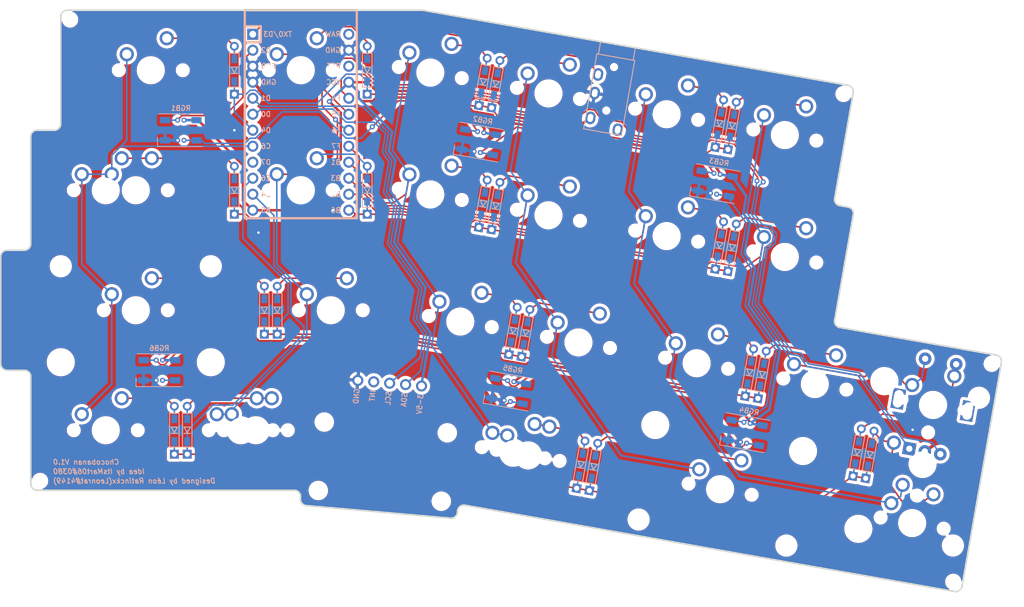
<source format=kicad_pcb>
(kicad_pcb (version 20221018) (generator pcbnew)
  (layers (0 "F.Cu" signal) (31 "B.Cu" signal) (34 "B.Paste" user) (35 "F.Paste" user) (36 "B.SilkS" user "B.Silkscreen") (37 "F.SilkS" user "F.Silkscreen") (38 "B.Mask" user) (39 "F.Mask" user) (44 "Edge.Cuts" user))
  (net 0 "")
  (net 1 "Net-(D1-A)")
  (net 2 "Net-(D2-A)")
  (net 3 "Net-(D3-A)")
  (net 4 "ROW2_L")
  (net 5 "Net-(D4-A)")
  (net 6 "Net-(D5-A)")
  (net 7 "Net-(D6-A)")
  (net 8 "Net-(D7-A)")
  (net 9 "Net-(D8-A)")
  (net 10 "Net-(D9-A)")
  (net 11 "Net-(D10-A)")
  (net 12 "Net-(D11-A)")
  (net 13 "Net-(D12-A)")
  (net 14 "Net-(D13-A)")
  (net 15 "Net-(D14-A)")
  (net 16 "Net-(D15-A)")
  (net 17 "Net-(D16-A)")
  (net 18 "Net-(D17-A)")
  (net 19 "Net-(D18-A)")
  (net 20 "Net-(D19-A)")
  (net 21 "Net-(D20-A)")
  (net 22 "Net-(D21-A)")
  (net 23 "Net-(D22-A)")
  (net 24 "RGB")
  (net 25 "Net-(D23-A)")
  (net 26 "Net-(RGB1-DOUT)")
  (net 27 "DATA")
  (net 28 "GND")
  (net 29 "VCC")
  (net 30 "ENC_A")
  (net 31 "Net-(RGB2-DOUT)")
  (net 32 "COL2")
  (net 33 "COL3")
  (net 34 "COL4")
  (net 35 "COL5")
  (net 36 "ENC_B")
  (net 37 "COL1")
  (net 38 "COL0")
  (net 39 "ROW0_L")
  (net 40 "ROW1_L")
  (net 41 "ROW3_L")
  (net 42 "SCL")
  (net 43 "Net-(RGB3-DOUT)")
  (net 44 "SDA")
  (net 45 "Net-(RGB4-DOUT)")
  (net 46 "Net-(RGB5-DOUT)")
  (net 47 "unconnected-(RGB6-DOUT-Pad2)")
  (net 51 "ENC_S_A")
  (footprint "kbd:D3_TH_SMD_only_back" (layer "F.Cu") (at 68.269079 62.616561 80)
    (fp_text reference "D12" hide)
    (fp_text value "D_Small" hide)
  )
  (footprint "MountingHole:MountingHole_2.1mm" (layer "F.Cu") (at -17.56783 65.19283)
    (fp_text reference "H2" hide)
    (fp_text value "MountingHole")
  )
  (footprint "kbd:D3_TH_SMD_only_back" (layer "F.Cu") (at 70.28498 62.972019 80)
    (fp_text reference "D16" hide)
    (fp_text value "D_Small" hide)
  )
  (footprint "MountingHole:MountingHole_2.1mm" (layer "F.Cu") (at 109.97082 3.771169)
    (fp_text reference "H3" hide)
    (fp_text value "MountingHole")
  )
  (footprint "MX_Only:MXOnly-1U-NoLED" (layer "F.Cu") (at 86.655468 46.514701 -10)
    (fp_text reference "MX19")
    (fp_text value "MX-NoLED")
  )
  (footprint "MX_Only:MXOnly-1.5U-NoLED" (layer "F.Cu") (at 0 0)
    (fp_text reference "MX1")
    (fp_text value "MX-NoLED")
  )
  (footprint "kbd:D3_TH_SMD_only_back" (layer "F.Cu") (at 92.281213 8.818917 80)
    (fp_text reference "D21" hide)
    (fp_text value "D_Small" hide)
  )
  (footprint "MX_Only:MXOnly-1U-NoLED" (layer "F.Cu") (at 44.371793 19.715071 -10)
    (fp_text reference "MX10")
    (fp_text value "MX-NoLED")
  )
  (footprint "MX_Only:MXOnly-2.25U-ReversedStabilizers-NoLED" (layer "F.Cu") (at 90.382691 66.515787 -10)
    (fp_text reference "MX16")
    (fp_text value "MX-NoLED")
  )
  (footprint "MX_Only:MXOnly-1U-NoLED" (layer "F.Cu") (at 59.896736 61.140291 -10)
    (fp_text reference "MX12.1")
    (fp_text value "MX-NoLED")
  )
  (footprint "MX_Only:MXOnly-1U-NoLED" (layer "F.Cu") (at 124.176644 53.130696 -10)
    (fp_text reference "MX24")
    (fp_text value "MX-NoLED")
  )
  (footprint "MX_Only:MXOnly-1U-NoLED" (layer "F.Cu") (at 49.134293 39.898705 -10)
    (fp_text reference "MX11")
    (fp_text value "MX-NoLED")
  )
  (footprint "MX_Only:MXOnly-1U-NoLED" (layer "F.Cu") (at 28.575 38.1)
    (fp_text reference "MX7")
    (fp_text value "MX-NoLED")
  )
  (footprint "kbd:D3_TH_SMD_only_back" (layer "F.Cu") (at 90.265311 8.463459 80)
    (fp_text reference "D17" hide)
    (fp_text value "D_Small" hide)
  )
  (footprint "kbd:D3_TH_SMD_only_back" (layer "F.Cu") (at 54.760037 21.546799 80)
    (fp_text reference "D14" hide)
    (fp_text value "D_Small" hide)
  )
  (footprint "MX_Only:MXOnly-1U-NoLED" (layer "F.Cu") (at 100.653556 10.295187 -10)
    (fp_text reference "MX21")
    (fp_text value "MX-NoLED")
  )
  (footprint "kbd:D3_TH_SMD_only_back" (layer "F.Cu") (at 97.043713 48.346428 80)
    (fp_text reference "D23" hide)
    (fp_text value "D_Small" hide)
  )
  (footprint "MX_Only:MXOnly-1U-NoLED" (layer "F.Cu") (at 63.13238 3.679192 -10)
    (fp_text reference "MX13")
    (fp_text value "MX-NoLED")
  )
  (footprint "kbd:D3_TH_SMD_only_back" (layer "F.Cu") (at 18.0265 38.1 90)
    (fp_text reference "D3" hide)
    (fp_text value "D_Small" hide)
  )
  (footprint "MX_Only:MXOnly-1U-NoLED" (layer "F.Cu") (at 67.89488 43.206703 -10)
    (fp_text reference "MX15")
    (fp_text value "MX-NoLED")
  )
  (footprint "kbd:D3_TH_SMD_only_back" (layer "F.Cu") (at 3.739 57.15 90)
    (fp_text reference "D4" hide)
    (fp_text value "D_Small" hide)
  )
  (footprint "MountingHole:MountingHole_2.1mm" (layer "F.Cu") (at 127.392664 81.208548)
    (fp_text reference "H5" hide)
    (fp_text value "MountingHole")
  )
  (footprint "MountingHole:MountingHole_2.1mm" (layer "F.Cu") (at -12.80533 -8.04283)
    (fp_text reference "H1" hide)
    (fp_text value "MountingHole")
  )
  (footprint "kbd:D3_TH_SMD_only_back" (layer "F.Cu") (at 34.361 0 90)
    (fp_text reference "D5" hide)
    (fp_text value "D_Small" hide)
  )
  (footprint "MountingHole:MountingHole_2.1mm" (layer "F.Cu") (at 133.493908 46.606678)
    (fp_text reference "H4" hide)
    (fp_text value "MountingHole")
  )
  (footprint "MX_Only:MXOnly-1U-NoLED" (layer "F.Cu") (at 120.868646 71.891284 -10)
    (fp_text reference "MX20")
    (fp_text value "MX-NoLED")
  )
  (footprint "kbd:D3_TH_SMD_only_back" (layer "F.Cu") (at 52.744136 21.191341 80)
    (fp_text reference "D10" hide)
    (fp_text value "D_Small" hide)
  )
  (footprint "MX_Only:MXOnly-1U-NoLED" (layer "F.Cu") (at 105.416056 49.822698 -10)
    (fp_text reference "MX23")
    (fp_text value "MX-NoLED")
  )
  (footprint "Custom_footprints_Léon:ArduinoProMicro_centered" (layer "F.Cu") (at 23.8125 6.985)
    (fp_text reference "U1" hide)
    (fp_text value "ProMicro" hide)
  )
  (footprint "MX_Only:MXOnly-1.25U-NoLED" (layer "F.Cu") (at 16.66875 57.15)
    (fp_text reference "MX8")
    (fp_text value "MX-NoLED")
  )
  (footprint "kbd:D3_TH_SMD_only_back" (layer "F.Cu") (at 20.0735 38.1 90)
    (fp_text reference "D7" hide)
    (fp_text value "D_Small" hide)
  )
  (footprint "MX_Only:MXOnly-1.75U-NoLED" (layer "F.Cu") (at -2.38125 19.05)
    (fp_text reference "MX2")
    (fp_text value "MX-NoLED")
  )
  (footprint "kbd:D3_TH_SMD_only_back" (layer "F.Cu") (at 59.522537 41.730433 80)
    (fp_text reference "D15" hide)
    (fp_text value "D_Small" hide)
  )
  (footprint "kbd:D3_TH_SMD_only_back" (layer "F.Cu") (at 112.1344 60.679262 80)
    (fp_text reference "D24" hide)
    (fp_text value "D_Small" hide)
  )
  (footprint "MX_Only:MXOnly-2.25U-NoLED" (layer "F.Cu") (at -2.38125 38.1)
    (fp_text reference "MX3")
    (fp_text value "MX-NoLED")
  )
  (footprint "MX_Only:MXOnly-1.25U-NoLED" (layer "F.Cu") (at -7.14375 19.05)
    (fp_text reference "MX2.1")
    (fp_text value "MX-NoLED")
  )
  (footprint "kbd:D3_TH_SMD_only_back" (layer "F.Cu") (at 34.361 19.05 90)
    (fp_text reference "D6" hide)
    (fp_text value "D_Small" hide)
  )
  (footprint "MX_Only:MXOnly-2U-ReversedStabilizers-NoLED" (layer "F.Cu") (at 122.522645 62.51099 80)
    (fp_text reference "MX20.1")
    (fp_text value "MX-NoLED")
  )
  (footprint "kbd:D3_TH_SMD_only_back" (layer "F.Cu") (at 92.281213 28.162794 80)
    (fp_text reference "D22" hide)
    (fp_text value "D_Small" hide)
  )
  (footprint "MX_Only:MXOnly-1U-NoLED" (layer "F.Cu") (at 23.8125 0)
    (fp_text reference "MX5")
    (fp_text value "MX-NoLED")
  )
  (footprint "MX_Only:MXOnly-1.25U-NoLED" (layer "F.Cu") (at -7.14375 57.15)
    (fp_text reference "MX4")
    (fp_text value "MX-NoLED")
  )
  (footprint "MX_Only:MXOnly-1U-NoLED" (layer "F.Cu") (at 81.892968 6.987189 -10)
    (fp_text reference "MX17")
    (fp_text value "MX-NoLED")
  )
  (footprint "MX_Only:MXOnly-1U-NoLED" (layer "F.Cu") (at 44.371793 0.371194 -10)
    (fp_text reference "MX9")
    (fp_text value "MX-NoLED")
  )
  (footprint "MX_Only:MXOnly-1U-NoLED" (layer "F.Cu") (at 63.13238 23.023069 -10)
    (fp_text reference "MX14")
    (fp_text value "MX-NoLED")
  )
  (footprint "kbd:D3_TH_SMD_only_back" (layer "F.Cu") (at 57.506636 41.374975 80)
    (fp_text reference "D11" hide)
    (fp_text value "D_Small" hide)
  )
  (footprint "MX_Only:MXOnly-1U-NoLED" (layer "F.Cu") (at 100.653556 29.639064 -10)
    (fp_text reference "MX22")
    (fp_text value "MX-NoLED")
  )
  (footprint "kbd:D3_TH_SMD_only_back" (layer "F.Cu") (at 90.265311 27.807336 80)
    (fp_text reference "D18" hide)
    (fp_text value "D_Small" hide)
  )
  (footprint "Custom_footprints_Léon:RotaryEncoder_EC11_Switch" (layer "F.Cu") (at 124.176644 53.130696 80)
    (fp_text reference "SW1" hide)
    (fp_text value "RotaryEncoder_Switch")
  )
  (footprint "MX_Only:MXOnly-1U-NoLED" (layer "F.Cu") (at 14.2875 57.15)
    (fp_text reference "MX8.1")
    (fp_text value "MX-NoLED")
  )
  (footprint "kbd:D3_TH_SMD_only_back" (layer "F.Cu") (at 52.744136 1.847464 80)
    (fp_text reference "D9" hide)
    (fp_text value "D_Small" hide)
  )
  (footprint "kbd:D3_TH_SMD_only_back" (layer "F.Cu") (at 5.786 57.15 90)
    (fp_text reference "D8" hide)
    (fp_text value "D_Small" hide)
  )
  (footprint "MX_Only:MXOnly-1U-NoLED" (layer "F.Cu") (at 23.8125 19.05)
    (fp_text reference "MX6")
    (fp_text value "MX-NoLED")
  )
  (footprint "kbd:D3_TH_SMD_only_back" (layer "F.Cu") (at 13.264 19.05 90)
    (fp_text reference "D2" hide)
    (fp_text value "D_Small" hide)
  )
  (footprint "kbd:D3_TH_SMD_only_back" (layer "F.Cu") (at 114.150302 61.03472 80)
    (fp_text reference "D20" hide)
    (fp_text value "D_Small" hide)
  )
  (footprint "kbd:D3_TH_SMD_only_back" (layer "F.Cu") (at 54.760037 2.202922 80)
    (fp_text reference "D13" hide)
    (fp_text value "D_Small" hide)
  )
  (footprint "MX_Only:MXOnly-1U-NoLED" (layer "F.Cu") (at 81.892968 26.331066 -10)
    (fp_text reference "MX18")
    (fp_text value "MX-NoLED")
  )
  (footprint "kbd:D3_TH_SMD_only_back" (layer "F.Cu") (at 13.264 0 90)
    (fp_text reference "D1" hide)
    (fp_text value "D_Small" hide)
  )
  (footprint "MX_Only:MXOnly-1.25U-NoLED" (layer "F.Cu") (at 57.551662 60.726791 -10)
    (fp_text reference "MX12")
    (fp_text value "MX-NoLED")
  )
  (footprint "Custom_footprints_Léon:Pimoroni_trackpoint" (layer "F.Cu") (at 36.830256 62.138238 175)
    (fp_text reference "U3" hide)
    (fp_text value "Pimoroni_trackpoint")
  )
  (footprint "kbd:D3_TH_SMD_only_back" (layer "F.Cu") (at 95.027811 47.990971 80)
    (fp_text reference "D19" hide)
    (fp_text value "D_Small" hide)
  )
  (footprint "kbd:LED_WS2812B-PLCC4" (layer "B.Cu") (at 1.361625 47.625 180)
    (fp_text reference "RGB6")
    (fp_text value "WS2812B")
  )
  (footprint "kbd:LED_WS2812B-PLCC4" (layer "B.Cu") (at 56.860588 50.932998 170)
    (fp_text reference "RGB5")
    (fp_text value "WS2812B")
  )
  (footprint "keebio-parts:TRRS-PJ-320A" (layer "B.Cu") (at 72.942454 2.895791 170)
    (fp_text reference "U2")
    (fp_text value "TRRS")
  )
  (footprint "kbd:LED_WS2812B-PLCC4" (layer "B.Cu") (at 89.619263 18.021482 170)
    (fp_text reference "RGB3")
    (fp_text value "WS2812B")
  )
  (footprint "kbd:LED_WS2812B-PLCC4" (layer "B.Cu") (at 4.7625 9.525 180)
    (fp_text reference "RGB1")
    (fp_text value "WS2812B")
  )
  (footprint "kbd:LED_WS2812B-PLCC4" (layer "B.Cu") (at 94.381763 57.548993 170)
    (fp_text reference "RGB4")
    (fp_text value "WS2812B")
  )
  (footprint "kbd:LED_WS2812B-PLCC4" (layer "B.Cu") (at 52.098088 11.405487 170)
    (fp_text reference "RGB2")
    (fp_text value "WS2812B")
  )
  (gr_line (start 135.037288 46.389209) (end 128.768589 81.940769) (stroke (width 0.25)) (layer "Edge.Cuts"))
  (gr_line (start -14.2875 8.525) (end -14.2875 -8.525) (stroke (width 0.25)) (layer "Edge.Cuts"))
  (gr_line (start -13.2875 -9.525) (end 43.012488 -9.525) (stroke (width 0.25)) (layer "Edge.Cuts"))
  (gr_arc (start -23.8125 29.575) (mid -23.519607 28.867893) (end -22.8125 28.575) (stroke (width 0.25)) (layer "Edge.Cuts"))
  (gr_arc (start 134.226129 45.230753) (mid 134.871664 45.641978) (end 135.037288 46.389209) (stroke (width 0.25)) (layer "Edge.Cuts"))
  (gr_line (start -22.8125 28.575) (end -20.05 28.575) (stroke (width 0.25)) (layer "Edge.Cuts"))
  (gr_line (start -20.05 47.625) (end -22.8125 47.625) (stroke (width 0.25)) (layer "Edge.Cuts"))
  (gr_line (start -19.05 65.675) (end -19.05 48.625) (stroke (width 0.25)) (layer "Edge.Cuts"))
  (gr_arc (start 110.703041 21.739121) (mid 111.348536 22.150352) (end 111.5142 22.897577) (stroke (width 0.25)) (layer "Edge.Cuts"))
  (gr_arc (start 22.794284 66.675) (mid 23.531572 66.999404) (end 23.790479 67.762156) (stroke (width 0.25)) (layer "Edge.Cuts"))
  (gr_arc (start 24.676771 69.105505) (mid 23.997861 68.752106) (end 23.767732 68.022154) (stroke (width 0.25)) (layer "Edge.Cuts"))
  (gr_arc (start 43.012488 -9.525) (mid 43.099644 -9.521196) (end 43.186137 -9.509808) (stroke (width 0.25)) (layer "Edge.Cuts"))
  (gr_line (start 22.794284 66.675) (end -18.05 66.675) (stroke (width 0.25)) (layer "Edge.Cuts"))
  (gr_arc (start 128.768589 81.940769) (mid 128.357352 82.586251) (end 127.610133 82.751928) (stroke (width 0.25)) (layer "Edge.Cuts"))
  (gr_arc (start 48.6726 70.201048) (mid 48.319195 70.879944) (end 47.589249 71.110087) (stroke (width 0.25)) (layer "Edge.Cuts"))
  (gr_line (start -19.05 27.575) (end -19.05 10.525) (stroke (width 0.25)) (layer "Edge.Cuts"))
  (gr_arc (start 110.703041 2.395244) (mid 111.348572 2.806472) (end 111.5142 3.5537) (stroke (width 0.25)) (layer "Edge.Cuts"))
  (gr_arc (start 109.364659 21.503128) (mid 108.719141 21.091899) (end 108.553499 20.344672) (stroke (width 0.25)) (layer "Edge.Cuts"))
  (gr_line (start 24.676771 69.105505) (end 47.589249 71.110087) (stroke (width 0.25)) (layer "Edge.Cuts"))
  (gr_line (start 111.5142 3.5537) (end 108.553499 20.344672) (stroke (width 0.25)) (layer "Edge.Cuts"))
  (gr_arc (start -14.2875 8.525) (mid -14.580393 9.232107) (end -15.2875 9.525) (stroke (width 0.25)) (layer "Edge.Cuts"))
  (gr_line (start 109.364659 40.847005) (end 134.226129 45.230753) (stroke (width 0.25)) (layer "Edge.Cuts"))
  (gr_arc (start 109.364659 40.847005) (mid 108.719152 40.435775) (end 108.553499 39.688549) (stroke (width 0.25)) (layer "Edge.Cuts"))
  (gr_line (start 127.610133 82.751928) (end 49.86519 69.043397) (stroke (width 0.25)) (layer "Edge.Cuts"))
  (gr_arc (start -19.05 10.525) (mid -18.757107 9.817893) (end -18.05 9.525) (stroke (width 0.25)) (layer "Edge.Cuts"))
  (gr_line (start -23.8125 46.625) (end -23.8125 29.575) (stroke (width 0.25)) (layer "Edge.Cuts"))
  (gr_arc (start -20.05 47.625) (mid -19.342893 47.917893) (end -19.05 48.625) (stroke (width 0.25)) (layer "Edge.Cuts"))
  (gr_line (start -18.05 9.525) (end -15.2875 9.525) (stroke (width 0.25)) (layer "Edge.Cuts"))
  (gr_arc (start -22.8125 47.625) (mid -23.519607 47.332107) (end -23.8125 46.625) (stroke (width 0.25)) (layer "Edge.Cuts"))
  (gr_line (start 23.790479 67.762156) (end 23.767732 68.022154) (stroke (width 0.25)) (layer "Edge.Cuts"))
  (gr_line (start 48.695347 69.941049) (end 48.6726 70.201048) (stroke (width 0.25)) (layer "Edge.Cuts"))
  (gr_arc (start -14.2875 -8.525) (mid -13.994607 -9.232107) (end -13.2875 -9.525) (stroke (width 0.25)) (layer "Edge.Cuts"))
  (gr_arc (start -18.05 66.675) (mid -18.757107 66.382107) (end -19.05 65.675) (stroke (width 0.25)) (layer "Edge.Cuts"))
  (gr_line (start 43.186137 -9.509808) (end 110.703041 2.395244) (stroke (width 0.25)) (layer "Edge.Cuts"))
  (gr_line (start 109.364659 21.503128) (end 110.703041 21.739121) (stroke (width 0.25)) (layer "Edge.Cuts"))
  (gr_arc (start 48.695347 69.941049) (mid 49.08278 69.234867) (end 49.86519 69.043397) (stroke (width 0.25)) (layer "Edge.Cuts"))
  (gr_line (start 111.5142 22.897577) (end 108.553499 39.688549) (stroke (width 0.25)) (layer "Edge.Cuts"))
  (gr_arc (start -19.05 27.575) (mid -19.342893 28.282107) (end -20.05 28.575) (stroke (width 0.25)) (layer "Edge.Cuts"))
  (gr_text "Designed by Léon Ratinckx(Leonrat#4149)" (at -15.56783 65.19283) (layer "B.SilkS") (effects (font (size 0.8 0.8) (thickness 0.15) italic) (justify right mirror)))
  (gr_text "Idea by ItsMart06#0380" (at -15.56783 63.69283) (layer "B.SilkS") (effects (font (size 0.8 0.8) (thickness 0.15) italic) (justify right mirror)))
  (gr_text "Chocobanan V1.0" (at -15.56783 62.19283) (layer "B.SilkS") (effects (font (size 0.8 0.8) (thickness 0.15) italic) (justify right mirror)))
  (segment (start 2.54 -5.08) (end 11.994 -5.08) (width 0.25) (layer "F.Cu") (net 1))
  (segment (start 11.994 -5.08) (end 13.264 -3.81) (width 0.25) (layer "F.Cu") (net 1))
  (segment (start 13.264 -1.775) (end 13.264 -3.81) (width 0.25) (layer "B.Cu") (net 1))
  (segment (start 0.15875 13.97) (end 11.994 13.97) (width 0.25) (layer "F.Cu") (net 2))
  (segment (start 11.994 13.97) (end 13.264 15.24) (width 0.25) (layer "F.Cu") (net 2))
  (segment (start -4.60375 13.97) (end 0.15875 13.97) (width 0.25) (layer "F.Cu") (net 2))
  (segment (start 13.264 17.275) (end 13.264 15.24) (width 0.25) (layer "B.Cu") (net 2))
  (segment (start 16.7565 33.02) (end 18.0265 34.29) (width 0.25) (layer "F.Cu") (net 3))
  (segment (start 0.15875 33.02) (end 16.7565 33.02) (width 0.25) (layer "F.Cu") (net 3))
  (segment (start 18.0265 36.325) (end 18.0265 34.29) (width 0.25) (layer "B.Cu") (net 3))
  (segment (start 56.845036 45.127093) (end 38.645231 41.91) (width 0.25) (layer "F.Cu") (net 4))
  (segment (start 20.0735 41.91) (end 18.0265 41.91) (width 0.25) (layer "F.Cu") (net 4))
  (segment (start 94.366211 51.743089) (end 58.860937 45.482551) (width 0.25) (layer "F.Cu") (net 4))
  (segment (start 20.0735 41.91) (end 38.645231 41.91) (width 0.25) (layer "F.Cu") (net 4))
  (segment (start 94.366211 51.743089) (end 96.382113 52.098546) (width 0.25) (layer "F.Cu") (net 4))
  (segment (start 56.845036 45.127093) (end 58.860937 45.482551) (width 0.25) (layer "F.Cu") (net 4))
  (segment (start 21.795 33.862792) (end 14.63935 26.707142) (width 0.25) (layer "B.Cu") (net 4))
  (segment (start 14.63935 26.707142) (end 14.63935 18.69815) (width 0.25) (layer "B.Cu") (net 4))
  (segment (start 94.366211 51.743089) (end 94.719585 49.739005) (width 0.25) (layer "B.Cu") (net 4))
  (segment (start 58.860937 45.482551) (end 59.214311 43.478467) (width 0.25) (layer "B.Cu") (net 4))
  (segment (start 20.0735 40.339267) (end 21.795 38.617767) (width 0.25) (layer "B.Cu") (net 4))
  (segment (start 96.382113 52.098546) (end 96.735487 50.094462) (width 0.25) (layer "B.Cu") (net 4))
  (segment (start 21.795 38.617767) (end 21.795 33.862792) (width 0.25) (layer "B.Cu") (net 4))
  (segment (start 56.845036 45.127093) (end 57.19841 43.123009) (width 0.25) (layer "B.Cu") (net 4))
  (segment (start 18.0265 39.875) (end 18.0265 41.91) (width 0.25) (layer "B.Cu") (net 4))
  (segment (start 20.0735 41.91) (end 20.0735 40.339267) (width 0.25) (layer "B.Cu") (net 4))
  (segment (start 14.63935 18.69815) (end 16.1925 17.145) (width 0.25) (layer "B.Cu") (net 4))
  (segment (start 20.0735 39.875) (end 20.0735 41.91) (width 0.25) (layer "B.Cu") (net 4))
  (segment (start -4.60375 52.07) (end 2.469 52.07) (width 0.25) (layer "F.Cu") (net 5))
  (segment (start 2.469 52.07) (end 3.739 53.34) (width 0.25) (layer "F.Cu") (net 5))
  (segment (start 3.739 53.34) (end 3.739 55.375) (width 0.25) (layer "B.Cu") (net 5))
  (segment (start 34.361 -3.81) (end 34.361 -4.485395) (width 0.25) (layer "F.Cu") (net 6))
  (segment (start 28.1888 -6.9163) (end 26.3525 -5.08) (width 0.25) (layer "F.Cu") (net 6))
  (segment (start 31.930095 -6.9163) (end 28.1888 -6.9163) (width 0.25) (layer "F.Cu") (net 6))
  (segment (start 34.361 -4.485395) (end 31.930095 -6.9163) (width 0.25) (layer "F.Cu") (net 6))
  (segment (start 34.361 -1.775) (end 34.361 -3.81) (width 0.25) (layer "B.Cu") (net 6))
  (segment (start 26.9875 13.335) (end 26.3525 13.97) (width 0.25) (layer "B.Cu") (net 7))
  (segment (start 34.361 17.275) (end 34.361 15.24) (width 0.25) (layer "B.Cu") (net 7))
  (segment (start 34.361 15.24) (end 32.456 13.335) (width 0.25) (layer "B.Cu") (net 7))
  (segment (start 32.456 13.335) (end 26.9875 13.335) (width 0.25) (layer "B.Cu") (net 7))
  (segment (start 31.115 33.02) (end 21.3435 33.02) (width 0.25) (layer "F.Cu") (net 8))
  (segment (start 21.3435 33.02) (end 20.0735 34.29) (width 0.25) (layer "F.Cu") (net 8))
  (segment (start 20.0735 36.325) (end 20.0735 34.29) (width 0.25) (layer "B.Cu") (net 8))
  (segment (start 19.20875 52.07) (end 7.056 52.07) (width 0.25) (layer "F.Cu") (net 9))
  (segment (start 7.056 52.07) (end 5.786 53.34) (width 0.25) (layer "F.Cu") (net 9))
  (segment (start 5.786 55.375) (end 5.786 53.34) (width 0.25) (layer "B.Cu") (net 9))
  (segment (start 47.755337 -4.190563) (end 52.375563 -3.375893) (width 0.25) (layer "F.Cu") (net 10))
  (segment (start 53.405736 -1.904654) (end 52.375563 -3.375893) (width 0.25) (layer "F.Cu") (net 10))
  (segment (start 53.052362 0.09943) (end 53.405736 -1.904654) (width 0.25) (layer "B.Cu") (net 10))
  (segment (start 53.405736 17.439223) (end 52.375563 15.967984) (width 0.25) (layer "F.Cu") (net 11))
  (segment (start 47.755337 15.153314) (end 52.375563 15.967984) (width 0.25) (layer "F.Cu") (net 11))
  (segment (start 53.405736 17.439223) (end 53.052362 19.443307) (width 0.25) (layer "B.Cu") (net 11))
  (segment (start 58.168236 37.622857) (end 57.138063 36.151618) (width 0.25) (layer "F.Cu") (net 12))
  (segment (start 52.517837 35.336948) (end 57.138063 36.151618) (width 0.25) (layer "F.Cu") (net 12))
  (segment (start 57.814862 39.626941) (end 58.168236 37.622857) (width 0.25) (layer "B.Cu") (net 12))
  (segment (start 60.935206 56.165034) (end 67.89269 57.382043) (width 0.25) (layer "F.Cu") (net 13))
  (segment (start 68.930679 58.864443) (end 67.89269 57.382043) (width 0.25) (layer "F.Cu") (net 13))
  (segment (start 68.930679 58.864443) (end 68.577305 60.868527) (width 0.25) (layer "B.Cu") (net 13))
  (segment (start 55.421637 -1.549196) (end 56.892876 -2.579369) (width 0.25) (layer "F.Cu") (net 14))
  (segment (start 66.515924 -0.882565) (end 56.892876 -2.579369) (width 0.25) (layer "F.Cu") (net 14))
  (segment (start 55.068263 0.454888) (end 55.421637 -1.549196) (width 0.25) (layer "B.Cu") (net 14))
  (segment (start 66.515924 18.461312) (end 56.892876 16.764508) (width 0.25) (layer "F.Cu") (net 15))
  (segment (start 55.421637 17.794681) (end 56.892876 16.764508) (width 0.25) (layer "F.Cu") (net 15))
  (segment (start 55.421637 17.794681) (end 55.068263 19.798765) (width 0.25) (layer "B.Cu") (net 15))
  (segment (start 71.278424 38.644946) (end 61.655376 36.948143) (width 0.25) (layer "F.Cu") (net 16))
  (segment (start 60.184137 37.978315) (end 61.655376 36.948143) (width 0.25) (layer "F.Cu") (net 16))
  (segment (start 59.830763 39.982399) (end 60.184137 37.978315) (width 0.25) (layer "B.Cu") (net 16))
  (segment (start 93.766235 61.95403) (end 72.417819 58.189729) (width 0.25) (layer "F.Cu") (net 17))
  (segment (start 70.94658 59.219901) (end 72.417819 58.189729) (width 0.25) (layer "F.Cu") (net 17))
  (segment (start 70.94658 59.219901) (end 70.593206 61.223985) (width 0.25) (layer "B.Cu") (net 17))
  (segment (start 85.276512 2.425432) (end 89.896738 3.240103) (width 0.25) (layer "F.Cu") (net 18))
  (segment (start 90.926911 4.711341) (end 89.896738 3.240103) (width 0.25) (layer "F.Cu") (net 18))
  (segment (start 90.573537 6.715425) (end 90.926911 4.711341) (width 0.25) (layer "B.Cu") (net 18))
  (segment (start 90.926911 24.055218) (end 89.896738 22.58398) (width 0.25) (layer "F.Cu") (net 19))
  (segment (start 85.276512 21.769309) (end 89.896738 22.58398) (width 0.25) (layer "F.Cu") (net 19))
  (segment (start 90.573537 26.059302) (end 90.926911 24.055218) (width 0.25) (layer "B.Cu") (net 19))
  (segment (start 95.689411 44.238853) (end 94.659238 42.767614) (width 0.25) (layer "F.Cu") (net 20))
  (segment (start 90.039012 41.952944) (end 94.659238 42.767614) (width 0.25) (layer "F.Cu") (net 20))
  (segment (start 95.336037 46.242937) (end 95.689411 44.238853) (width 0.25) (layer "B.Cu") (net 20))
  (segment (start 116.909437 65.09052) (end 119.192799 68.351499) (width 0.25) (layer "F.Cu") (net 21))
  (segment (start 119.192799 68.351499) (end 122.068501 68.858562) (width 0.25) (layer "F.Cu") (net 21))
  (segment (start 114.811902 57.282602) (end 115.842074 58.753842) (width 0.25) (layer "F.Cu") (net 21))
  (segment (start 117.960888 59.127446) (end 116.909437 65.09052) (width 0.25) (layer "F.Cu") (net 21))
  (segment (start 117.960888 59.127446) (end 115.842074 58.753842) (width 0.25) (layer "F.Cu") (net 21))
  (segment (start 124.25219 67.329527) (end 122.068501 68.858562) (width 0.25) (layer "F.Cu") (net 21))
  (segment (start 114.458528 59.286686) (end 114.811902 57.282602) (width 0.25) (layer "B.Cu") (net 21))
  (segment (start 104.0371 5.73343) (end 94.414051 4.036627) (width 0.25) (layer "F.Cu") (net 22))
  (segment (start 92.942813 5.066799) (end 94.414051 4.036627) (width 0.25) (layer "F.Cu") (net 22))
  (segment (start 92.589439 7.070883) (end 92.942813 5.066799) (width 0.25) (layer "B.Cu") (net 22))
  (segment (start 92.942813 24.410676) (end 94.414051 23.380504) (width 0.25) (layer "F.Cu") (net 23))
  (segment (start 104.0371 25.077307) (end 94.414051 23.380504) (width 0.25) (layer "F.Cu") (net 23))
  (segment (start 92.589439 26.41476) (end 92.942813 24.410676) (width 0.25) (layer "B.Cu") (net 23))
  (segment (start 11.730619 7.2) (end 14.63935 4.291269) (width 0.25) (layer "F.Cu") (net 24))
  (segment (start 14.63935 4.291269) (end 14.63935 -1.62185) (width 0.25) (layer "F.Cu") (net 24))
  (segment (start 4.962195 7.2) (end 11.730619 7.2) (width 0.25) (layer "F.Cu") (net 24))
  (segment (start 14.63935 -1.62185) (end 16.1925 -3.175) (width 0.25) (layer "F.Cu") (net 24))
  (segment (start 4.2625 7.925) (end 4.2625 7.899695) (width 0.25) (layer "F.Cu") (net 24))
  (segment (start 4.2625 7.899695) (end 4.962195 7.2) (width 0.25) (layer "F.Cu") (net 24))
  (via (at 4.2625 7.925) (size 0.8) (drill 0.4) (layers "F.Cu" "B.Cu") (net 24))
  (segment (start 2.2625 7.925) (end 4.2625 7.925) (width 0.25) (layer "B.Cu") (net 24))
  (segment (start 97.705313 44.59431) (end 99.176551 43.564138) (width 0.25) (layer "F.Cu") (net 25))
  (segment (start 108.7996 45.260941) (end 99.176551 43.564138) (width 0.25) (layer "F.Cu") (net 25))
  (segment (start 97.351939 46.598394) (end 97.705313 44.59431) (width 0.25) (layer "B.Cu") (net 25))
  (segment (start 51.883521 9.74297) (end 49.583884 6.458748) (width 0.25) (layer "F.Cu") (net 26))
  (segment (start 40.516935 4.86) (end 49.583884 6.458748) (width 0.25) (layer "F.Cu") (net 26))
  (segment (start 35.164152 8.98) (end 39.284152 4.86) (width 0.25) (layer "F.Cu") (net 26))
  (segment (start 39.284152 4.86) (end 40.516935 4.86) (width 0.25) (layer "F.Cu") (net 26))
  (via (at 35.164152 8.98) (size 0.8) (drill 0.4) (layers "F.Cu" "B.Cu") (net 26))
  (via (at 5.2625 11.125) (size 0.8) (drill 0.4) (layers "F.Cu" "B.Cu") (net 26))
  (via (at 51.883521 9.74297) (size 0.8) (drill 0.4) (layers "F.Cu" "B.Cu") (net 26))
  (segment (start 31.003605 10.795) (end 26.823605 6.615) (width 0.25) (layer "B.Cu") (net 26))
  (segment (start 31.003605 10.795) (end 33.349152 10.795) (width 0.25) (layer "B.Cu") (net 26))
  (segment (start 14.943605 11.615) (end 15.763605 10.795) (width 0.25) (layer "B.Cu") (net 26))
  (segment (start 49.913906 9.395674) (end 51.883521 9.74297) (width 0.25) (layer "B.Cu") (net 26))
  (segment (start 7.2625 11.125) (end 8.06 11.125) (width 0.25) (layer "B.Cu") (net 26))
  (segment (start 8.06 11.125) (end 8.55 11.615) (width 0.25) (layer "B.Cu") (net 26))
  (segment (start 16.621395 10.795) (end 20.801395 6.615) (width 0.25) (layer "B.Cu") (net 26))
  (segment (start 8.55 11.615) (end 14.943605 11.615) (width 0.25) (layer "B.Cu") (net 26))
  (segment (start 15.763605 10.795) (end 16.621395 10.795) (width 0.25) (layer "B.Cu") (net 26))
  (segment (start 33.349152 10.795) (end 35.164152 8.98) (width 0.25) (layer "B.Cu") (net 26))
  (segment (start 26.823605 6.615) (end 20.801395 6.615) (width 0.25) (layer "B.Cu") (net 26))
  (segment (start 7.2625 11.125) (end 5.2625 11.125) (width 0.25) (layer "B.Cu") (net 26))
  (segment (start 17.8438 -7.3663) (end 38.095056 -7.3663) (width 0.25) (layer "F.Cu") (net 27))
  (segment (start 38.095056 -7.3663) (end 69.210038 -1.879889) (width 0.25) (layer "F.Cu") (net 27))
  (segment (start 16.1925 -5.715) (end 17.8438 -7.3663) (width 0.25) (layer "F.Cu") (net 27))
  (segment (start 70.998645 0.674506) (end 69.210038 -1.879889) (width 0.25) (layer "F.Cu") (net 27))
  (via (at 13.264 9.525) (size 0.8) (drill 0.4) (layers "F.Cu" "B.Cu") (net 28))
  (via (at 4.2625 11.125) (size 0.8) (drill 0.4) (layers "F.Cu" "B.Cu") (net 28))
  (via (at 0.861625 49.225) (size 0.8) (drill 0.4) (layers "F.Cu" "B.Cu") (net 28))
  (via (at 28.8925 22.225) (size 0.8) (drill 0.4) (layers "F.Cu" "B.Cu") (net 28))
  (via (at 120.942758 57.074046) (size 0.8) (drill 0.4) (layers "F.Cu" "B.Cu") (net 28))
  (via (at 88.849022 19.510351) (size 0.8) (drill 0.4) (layers "F.Cu" "B.Cu") (net 28))
  (via (at 56.090347 52.421866) (size 0.8) (drill 0.4) (layers "F.Cu" "B.Cu") (net 28))
  (via (at 51.327847 12.894355) (size 0.8) (drill 0.4) (layers "F.Cu" "B.Cu") (net 28))
  (via (at 17.095925 25.780796) (size 0.8) (drill 0.4) (layers "F.Cu" "B.Cu") (net 28))
  (via (at 93.611522 59.037861) (size 0.8) (drill 0.4) (layers "F.Cu" "B.Cu") (net 28))
  (segment (start 86.879407 19.163054) (end 88.849022 19.510351) (width 0.4) (layer "B.Cu") (net 28))
  (segment (start 49.358232 12.547059) (end 51.327847 12.894355) (width 0.4) (layer "B.Cu") (net 28))
  (segment (start -1.138375 49.225) (end 0.861625 49.225) (width 0.4) (layer "B.Cu") (net 28))
  (segment (start 54.120732 52.07457) (end 56.090347 52.421866) (width 0.4) (layer "B.Cu") (net 28))
  (segment (start 91.641907 58.690565) (end 93.611522 59.037861) (width 0.4) (layer "B.Cu") (net 28))
  (segment (start 4.2625 11.125) (end 2.2625 11.125) (width 0.4) (layer "B.Cu") (net 28))
  (segment (start 51.422232 4.367706) (end 55.140247 5.023292) (width 0.4) (layer "F.Cu") (net 29))
  (segment (start 90.389504 16.532614) (end 90.412316 16.403239) (width 0.4) (layer "F.Cu") (net 29))
  (segment (start 59.521242 46.714426) (end 60.185616 46.249226) (width 0.4) (layer "F.Cu") (net 29))
  (segment (start 17.162315 43.0085) (end 20.937685 43.0085) (width 0.4) (layer "F.Cu") (net 29))
  (segment (start 54.839509 7.928709) (end 88.653211 13.890977) (width 0.4) (layer "F.Cu") (net 29))
  (segment (start 30.1562 14.110464) (end 30.1562 6.76936) (width 0.4) (layer "F.Cu") (net 29))
  (segment (start 20.937685 43.0085) (end 21.511185 42.435) (width 0.4) (layer "F.Cu") (net 29))
  (segment (start 35.798685 4.335) (end 35.225185 4.9085) (width 0.4) (layer "F.Cu") (net 29))
  (segment (start 92.369316 51.92408) (end 95.174816 55.93075) (width 0.4) (layer "F.Cu") (net 29))
  (segment (start 51.040727 6.531329) (end 50.762094 6.133399) (width 0.4) (layer "F.Cu") (net 29))
  (segment (start 16.1925 22.225) (end 14.63935 20.67185) (width 0.4) (layer "F.Cu") (net 29))
  (segment (start 40.562867 4.335) (end 35.798685 4.335) (width 0.4) (layer "F.Cu") (net 29))
  (segment (start 24.335668 22.225) (end 26.9975 19.563168) (width 0.4) (layer "F.Cu") (net 29))
  (segment (start 50.491413 5.019473) (end 51.422232 4.367706) (width 0.4) (layer "F.Cu") (net 29))
  (segment (start 33.496815 4.9085) (end 32.98565 4.397335) (width 0.4) (layer "F.Cu") (net 29))
  (segment (start 14.63935 15.061836) (end 7.502514 7.925) (width 0.4) (layer "F.Cu") (net 29))
  (segment (start 69.783108 7.56816) (end 67.582042 9.109363) (width 0.4) (layer "F.Cu") (net 29))
  (segment (start 35.798685 3.285) (end 34.418685 1.905) (width 0.4) (layer "F.Cu") (net 29))
  (segment (start 55.338027 45.394465) (end 55.803227 46.05884) (width 0.4) (layer "F.Cu") (net 29))
  (segment (start 55.140247 5.023292) (end 56.651842 7.182074) (width 0.4) (layer "F.Cu") (net 29))
  (segment (start 40.65473 3.285) (end 35.798685 3.285) (width 0.4) (layer "F.Cu") (net 29))
  (segment (start 52.977521 9.297357) (end 50.762094 6.133399) (width 0.4) (layer "F.Cu") (net 29))
  (segment (start 54.258314 7.098676) (end 51.040727 6.531329) (width 0.4) (layer "F.Cu") (net 29))
  (segment (start 21.511185 42.435) (end 38.554066 42.435) (width 0.4) (layer "F.Cu") (net 29))
  (segment (start 16.588815 42.435) (end 5.451625 42.435) (width 0.4) (layer "F.Cu") (net 29))
  (segment (start 55.803227 46.05884) (end 59.521242 46.714426) (width 0.4) (layer "F.Cu") (net 29))
  (segment (start 40.65473 3.285) (end 50.491413 5.019473) (width 0.4) (layer "F.Cu") (net 29))
  (segment (start 30.1562 6.76936) (end 28.35184 4.965) (width 0.4) (layer "F.Cu") (net 29))
  (segment (start 16.1925 22.225) (end 24.335668 22.225) (width 0.4) (layer "F.Cu") (net 29))
  (segment (start 7.502514 7.925) (end 5.2625 7.925) (width 0.4) (layer "F.Cu") (net 29))
  (segment (start 26.9975 19.563168) (end 26.9975 17.269164) (width 0.4) (layer "F.Cu") (net 29))
  (segment (start 32.98565 4.397335) (end 32.98565 3.45815) (width 0.4) (layer "F.Cu") (net 29))
  (segment (start 90.412316 16.403239) (end 88.653211 13.890977) (width 0.4) (layer "F.Cu") (net 29))
  (segment (start 14.63935 20.67185) (end 14.63935 15.061836) (width 0.4) (layer "F.Cu") (net 29))
  (segment (start 52.868329 9.916618) (end 52.977521 9.297357) (width 0.4) (layer "F.Cu") (net 29))
  (segment (start 56.651842 7.182074) (end 67.582042 9.109363) (width 0.4) (layer "F.Cu") (net 29))
  (segment (start 60.185616 46.249226) (end 92.369316 51.92408) (width 0.4) (layer "F.Cu") (net 29))
  (segment (start 95.174816 55.93075) (end 95.152003 56.060125) (width 0.4) (layer "F.Cu") (net 29))
  (segment (start 32.98565 3.45815) (end 31.4325 1.905) (width 0.4) (layer "F.Cu") (net 29))
  (segment (start 50.762094 6.133399) (end 40.562867 4.335) (width 0.4) (layer "F.Cu") (net 29))
  (segment (start 17.162315 43.0085) (end 16.588815 42.435) (width 0.4) (layer "F.Cu") (net 29))
  (segment (start 38.554066 42.435) (end 55.338027 45.394465) (width 0.4) (layer "F.Cu") (net 29))
  (segment (start 34.418685 1.905) (end 31.4325 1.905) (width 0.4) (layer "F.Cu") (net 29))
  (segment (start 35.225185 4.9085) (end 33.496815 4.9085) (width 0.4) (layer "F.Cu") (net 29))
  (segment (start 54.839509 7.928709) (end 54.258314 7.098676) (width 0.4) (layer "F.Cu") (net 29))
  (segment (start 5.451625 42.435) (end 1.861625 46.025) (width 0.4) (layer "F.Cu") (net 29))
  (segment (start 57.630829 49.44413) (end 61.789686 46.532067) (width 0.4) (layer "F.Cu") (net 29))
  (segment (start 26.9975 17.269164) (end 30.1562 14.110464) (width 0.4) (layer "F.Cu") (net 29))
  (via (at 57.630829 49.44413) (size 0.8) (drill 0.4) (layers "F.Cu" "B.Cu") (net 29))
  (via (at 1.861625 46.025) (size 0.8) (drill 0.4) (layers "F.Cu" "B.Cu") (net 29))
  (via (at 95.152003 56.06) (size 0.8) (drill 0.4) (layers "F.Cu" "B.Cu") (net 29))
  (via (at 90.389504 16.532614) (size 0.8) (drill 0.4) (layers "F.Cu" "B.Cu") (net 29))
  (via (at 28.35184 4.965) (size 0.8) (drill 0.4) (layers "F.Cu" "B.Cu") (net 29))
  (via (at 52.868329 9.916618) (size 0.8) (drill 0.4) (layers "F.Cu" "B.Cu") (net 29))
  (via (at 5.2625 7.925) (size 0.8) (drill 0.4) (layers "F.Cu" "B.Cu") (net 29))
  (segment (start 94.06301 22.707759) (end 94.541139 19.996157) (width 0.4) (layer "B.Cu") (net 29))
  (segment (start 31.4325 1.905) (end 28.3725 4.965) (width 0.4) (layer "B.Cu") (net 29))
  (segment (start 99.871118 44.384676) (end 94.902767 37.289136) (width 0.4) (layer "B.Cu") (net 29))
  (segment (start 39.647896 21.541353) (end 38.621004 27.365143) (width 0.4) (layer "B.Cu") (net 29))
  (segment (start 95.152003 56.060125) (end 98.187159 53.934886) (width 0.4) (layer "B.Cu") (net 29))
  (segment (start 94.902767 37.289136) (end 95.929659 31.465346) (width 0.4) (layer "B.Cu") (net 29))
  (segment (start 3.861625 46.025) (end 1.861625 46.025) (width 0.4) (layer "B.Cu") (net 29))
  (segment (start 92.359119 16.87991) (end 94.541139 19.996157) (width 0.4) (layer "B.Cu") (net 29))
  (segment (start 38.826855 14.277049) (end 37.968795 19.143349) (width 0.4) (layer "B.Cu") (net 29))
  (segment (start 38.319499 9.731185) (end 37.781247 12.783766) (width 0.4) (layer "B.Cu") (net 29))
  (segment (start 97.121619 56.407421) (end 95.152003 56.060125) (width 0.4) (layer "B.Cu") (net 29))
  (segment (start 42.980372 50.128555) (end 43.031337 49.546016) (width 0.4) (layer "B.Cu") (net 29))
  (segment (start 95.929659 31.465346) (end 94.250558 29.067343) (width 0.4) (layer "B.Cu") (net 29))
  (segment (start 31.4325 1.905) (end 32.98565 3.45815) (width 0.4) (layer "B.Cu") (net 29))
  (segment (start 54.837944 10.263915) (end 52.868329 9.916618) (width 0.4) (layer "B.Cu") (net 29))
  (segment (start 37.968795 19.143349) (end 39.647896 21.541353) (width 0.4) (layer "B.Cu") (net 29))
  (segment (start 38.621004 27.365143) (end 43.589355 34.460683) (width 0.4) (layer "B.Cu") (net 29))
  (segment (start 94.250558 29.067343) (end 95.108618 24.201042) (width 0.4) (layer "B.Cu") (net 29))
  (segment (start 32.98565 3.45815) (end 32.98565 4.397335) (width 0.4) (layer "B.Cu") (net 29))
  (segment (start 28.3725 4.965) (end 28.35184 4.965) (width 0.4) (layer "B.Cu") (net 29))
  (segment (start 98.187159 53.934886) (end 99.871118 44.384676) (width 0.4) (layer "B.Cu") (net 29))
  (segment (start 42.731295 39.326983) (end 44.410396 41.724987) (width 0.4) (layer "B.Cu") (net 29))
  (segment (start 95.108618 24.201042) (end 94.06301 22.707759) (width 0.4) (layer "B.Cu") (net 29))
  (segment (start 59.600444 49.791426) (end 57.630829 49.44413) (width 0.4) (layer "B.Cu") (net 29))
  (segment (start 5.2625 7.925) (end 7.2625 7.925) (width 0.4) (layer "B.Cu") (net 29))
  (segment (start 92.359119 16.87991) (end 90.389504 16.532614) (width 0.4) (layer "B.Cu") (net 29))
  (segment (start 37.781247 12.783766) (end 38.826855 14.277049) (width 0.4) (layer "B.Cu") (net 29))
  (segment (start 32.98565 4.397335) (end 38.319499 9.731185) (width 0.4) (layer "B.Cu") (net 29))
  (segment (start 44.410396 41.724987) (end 43.031337 49.546016) (width 0.4) (layer "B.Cu") (net 29))
  (segment (start 43.589355 34.460683) (end 42.731295 39.326983) (width 0.4) (layer "B.Cu") (net 29))
  (segment (start 76.595757 10.774881) (end 86.802196 12.574552) (width 0.25) (layer "F.Cu") (net 30))
  (segment (start 33.891148 0.635) (end 36.016148 2.76) (width 0.25) (layer "F.Cu") (net 30))
  (segment (start 92.617805 11.707754) (end 96.335658 17.017398) (width 0.25) (layer "F.Cu") (net 30))
  (segment (start 30.2312 3.2437) (end 31.4325 4.445) (width 0.25) (layer "F.Cu") (net 30))
  (segment (start 70.472103 6.344208) (end 71.364378 7.618509) (width 0.25) (layer "F.Cu") (net 30))
  (segment (start 56.957166 6.702812) (end 66.42645 8.372502) (width 0.25) (layer "F.Cu") (net 30))
  (segment (start 30.2312 1.407405) (end 31.003605 0.635) (width 0.25) (layer "F.Cu") (net 30))
  (segment (start 88.960978 11.062957) (end 92.617805 11.707754) (width 0.25) (layer "F.Cu") (net 30))
  (segment (start 30.2312 1.407405) (end 30.2312 1.8612) (width 0.25) (layer "F.Cu") (net 30))
  (segment (start 36.016148 2.76) (end 40.700662 2.76) (width 0.25) (layer "F.Cu") (net 30))
  (segment (start 96.335658 17.017398) (end 96.239262 17.564084) (width 0.25) (layer "F.Cu") (net 30))
  (segment (start 86.802196 12.574552) (end 88.960978 11.062957) (width 0.25) (layer "F.Cu") (net 30))
  (segment (start 40.700662 2.76) (end 50.36842 4.464687) (width 0.25) (layer "F.Cu") (net 30))
  (segment (start 51.299239 3.81292) (end 55.44557 4.54403) (width 0.25) (layer "F.Cu") (net 30))
  (segment (start 71.364378 7.618509) (end 74.811206 8.226278) (width 0.25) (layer "F.Cu") (net 30))
  (segment (start 50.36842 4.464687) (end 51.299239 3.81292) (width 0.25) (layer "F.Cu") (net 30))
  (segment (start 66.42645 8.372502) (end 69.554281 6.182371) (width 0.25) (layer "F.Cu") (net 30))
  (segment (start 74.811206 8.226278) (end 76.595757 10.774881) (width 0.25) (layer "F.Cu") (net 30))
  (segment (start 31.003605 0.635) (end 33.891148 0.635) (width 0.25) (layer "F.Cu") (net 30))
  (segment (start 55.44557 4.54403) (end 56.957166 6.702812) (width 0.25) (layer "F.Cu") (net 30))
  (segment (start 69.554281 6.182371) (end 70.472103 6.344208) (width 0.25) (layer "F.Cu") (net 30))
  (segment (start 30.2312 1.8612) (end 30.2312 3.2437) (width 0.25) (layer "F.Cu") (net 30))
  (via (at 96.239262 17.564084) (size 0.8) (drill 0.4) (layers "F.Cu" "B.Cu") (net 30))
  (segment (start 102.94828 45.336011) (end 104.124461 47.015772) (width 0.25) (layer "B.Cu") (net 30))
  (segment (start 98.18578 25.152376) (end 96.793051 24.906801) (width 0.25) (layer "B.Cu") (net 30))
  (segment (start 96.793051 24.906801) (end 95.316396 22.797919) (width 0.25) (layer "B.Cu") (net 30))
  (segment (start 96.239262 17.564084) (end 95.316396 22.797919) (width 0.25) (layer "B.Cu") (net 30))
  (segment (start 98.874771 26.136358) (end 98.666181 27.319328) (width 0.25) (layer "B.Cu") (net 30))
  (segment (start 104.124461 47.015772) (end 112.268221 48.451736) (width 0.25) (layer "B.Cu") (net 30))
  (segment (start 95.933084 37.06072) (end 101.555551 45.090435) (width 0.25) (layer "B.Cu") (net 30))
  (segment (start 101.555551 45.090435) (end 102.94828 45.336011) (width 0.25) (layer "B.Cu") (net 30))
  (segment (start 98.666181 27.319328) (end 97.507725 28.130487) (width 0.25) (layer "B.Cu") (net 30))
  (segment (start 97.507725 28.130487) (end 95.933084 37.06072) (width 0.25) (layer "B.Cu") (net 30))
  (segment (start 98.18578 25.152376) (end 98.874771 26.136358) (width 0.25) (layer "B.Cu") (net 30))
  (segment (start 120.412263 60.082634) (end 112.268221 48.451736) (width 0.25) (layer "B.Cu") (net 30))
  (segment (start 52.312654 13.068003) (end 58.075974 9.032484) (width 0.25) (layer "F.Cu") (net 31))
  (segment (start 58.075974 9.032484) (end 87.964887 14.302706) (width 0.25) (layer "F.Cu") (net 31))
  (segment (start 89.404696 16.358966) (end 87.964887 14.302706) (width 0.25) (layer "F.Cu") (net 31))
  (via (at 89.404696 16.358966) (size 0.8) (drill 0.4) (layers "F.Cu" "B.Cu") (net 31))
  (via (at 52.312654 13.068003) (size 0.8) (drill 0.4) (layers "F.Cu" "B.Cu") (net 31))
  (segment (start 54.28227 13.4153) (end 52.312654 13.068003) (width 0.25) (layer "B.Cu") (net 31))
  (segment (start 87.435081 16.011669) (end 89.404696 16.358966) (width 0.25) (layer "B.Cu") (net 31))
  (segment (start 31.4325 12.065) (end 33.0838 13.7163) (width 0.25) (layer "F.Cu") (net 32))
  (segment (start 33.0838 13.7163) (end 33.0838 17.523508) (width 0.25) (layer "F.Cu") (net 32))
  (segment (start 36.620292 21.06) (end 38.498462 21.06) (width 0.25) (layer "F.Cu") (net 32))
  (segment (start 41.060742 16.55206) (end 40.514821 19.648131) (width 0.25) (layer "F.Cu") (net 32))
  (segment (start 33.0838 17.523508) (end 36.620292 21.06) (width 0.25) (layer "F.Cu") (net 32))
  (segment (start 38.498462 21.06) (end 40.514821 19.648131) (width 0.25) (layer "F.Cu") (net 32))
  (segment (start 41.060742 16.55206) (end 39.17579 27.24215) (width 0.25) (layer "B.Cu") (net 32))
  (segment (start 41.060742 -2.791817) (end 38.336033 12.660773) (width 0.25) (layer "B.Cu") (net 32))
  (segment (start 45.823242 36.735694) (end 44.593234 43.711413) (width 0.25) (layer "B.Cu") (net 32))
  (segment (start 54.240611 57.56378) (end 44.593234 43.711413) (width 0.25) (layer "B.Cu") (net 32))
  (segment (start 54.240611 57.56378) (end 56.585685 57.97728) (width 0.25) (layer "B.Cu") (net 32))
  (segment (start 41.060742 16.55206) (end 38.336033 12.660773) (width 0.25) (layer "B.Cu") (net 32))
  (segment (start 45.823242 36.735694) (end 39.17579 27.24215) (width 0.25) (layer "B.Cu") (net 32))
  (segment (start 50.471907 23.369869) (end 51.228957 22.839776) (width 0.25) (layer "F.Cu") (net 33))
  (segment (start 36.433896 21.51) (end 39.924065 21.51) (width 0.25) (layer "F.Cu") (net 33))
  (segment (start 39.924065 21.51) (end 50.471907 23.369869) (width 0.25) (layer "F.Cu") (net 33))
  (segment (start 59.821329 19.860058) (end 59.275408 22.956128) (width 0.25) (layer "F.Cu") (net 33))
  (segment (start 32.6338 15.8063) (end 32.6338 17.709904) (width 0.25) (layer "F.Cu") (net 33))
  (segment (start 31.4325 14.605) (end 32.6338 15.8063) (width 0.25) (layer "F.Cu") (net 33))
  (segment (start 32.6338 17.709904) (end 36.433896 21.51) (width 0.25) (layer "F.Cu") (net 33))
  (segment (start 55.620041 23.614043) (end 56.085241 24.278417) (width 0.25) (layer "F.Cu") (net 33))
  (segment (start 56.085241 24.278417) (end 57.125121 24.461776) (width 0.25) (layer "F.Cu") (net 33))
  (segment (start 51.228957 22.839776) (end 55.620041 23.614043) (width 0.25) (layer "F.Cu") (net 33))
  (segment (start 57.125121 24.461776) (end 59.275408 22.956128) (width 0.25) (layer "F.Cu") (net 33))
  (segment (start 64.583829 40.043692) (end 63.640868 45.391493) (width 0.25) (layer "B.Cu") (net 33))
  (segment (start 59.821329 19.860058) (end 57.096621 15.96877) (width 0.25) (layer "B.Cu") (net 33))
  (segment (start 59.821329 0.516181) (end 57.096621 15.96877) (width 0.25) (layer "B.Cu") (net 33))
  (segment (start 59.821329 19.860058) (end 57.936378 30.550147) (width 0.25) (layer "B.Cu") (net 33))
  (segment (start 87.07164 63.352776) (end 74.688638 61.169344) (width 0.25) (layer "B.Cu") (net 33))
  (segment (start 64.583829 40.043692) (end 57.936378 30.550147) (width 0.25) (layer "B.Cu") (net 33))
  (segment (start 63.640868 45.391493) (end 74.688638 61.169344) (width 0.25) (layer "B.Cu") (net 33))
  (segment (start 78.035996 26.264126) (end 75.364403 28.134796) (width 0.25) (layer "F.Cu") (net 34))
  (segment (start 55.823535 24.689213) (end 55.358335 24.024839) (width 0.25) (layer "F.Cu") (net 34))
  (segment (start 55.358335 24.024839) (end 51.33438 23.315307) (width 0.25) (layer "F.Cu") (net 34))
  (segment (start 36.2475 21.96) (end 31.4325 17.145) (width 0.25) (layer "F.Cu") (net 34))
  (segment (start 51.33438 23.315307) (end 50.577329 23.8454) (width 0.25) (layer "F.Cu") (net 34))
  (segment (start 39.884695 21.96) (end 36.2475 21.96) (width 0.25) (layer "F.Cu") (net 34))
  (segment (start 78.581917 23.168055) (end 78.035996 26.264126) (width 0.25) (layer "F.Cu") (net 34))
  (segment (start 75.364403 28.134796) (end 55.823535 24.689213) (width 0.25) (layer "F.Cu") (net 34))
  (segment (start 50.577329 23.8454) (end 39.884695 21.96) (width 0.25) (layer "F.Cu") (net 34))
  (segment (start 82.401455 48.699491) (end 93.449226 64.477342) (width 0.25) (layer "B.Cu") (net 34))
  (segment (start 78.581917 23.168055) (end 75.857208 19.276768) (width 0.25) (layer "B.Cu") (net 34))
  (segment (start 83.344417 43.35169) (end 82.401455 48.699491) (width 0.25) (layer "B.Cu") (net 34))
  (segment (start 83.344417 43.35169) (end 76.696966 33.858145) (width 0.25) (layer "B.Cu") (net 34))
  (segment (start 119.359634 65.822041) (end 119.028834 67.6981) (width 0.25) (layer "B.Cu") (net 34))
  (segment (start 117.557595 68.728273) (end 119.028834 67.6981) (width 0.25) (layer "B.Cu") (net 34))
  (segment (start 78.581917 23.168055) (end 76.696966 33.858145) (width 0.25) (layer "B.Cu") (net 34))
  (segment (start 93.449226 64.477342) (end 117.557595 68.728273) (width 0.25) (layer "B.Cu") (net 34))
  (segment (start 78.581917 3.824178) (end 75.857208 19.276768) (width 0.25) (layer "B.Cu") (net 34))
  (segment (start 88.960978 30.406834) (end 94.26806 31.342615) (width 0.25) (layer "F.Cu") (net 35))
  (segment (start 35.767619 22.41) (end 39.845325 22.41) (width 0.25) (layer "F.Cu") (net 35))
  (segment (start 39.845325 22.41) (end 50.682752 24.320931) (width 0.25) (layer "F.Cu") (net 35))
  (segment (start 33.042619 19.685) (end 35.767619 22.41) (width 0.25) (layer "F.Cu") (net 35))
  (segment (start 50.682752 24.320931) (end 51.439803 23.790838) (width 0.25) (layer "F.Cu") (net 35))
  (segment (start 97.342505 26.476053) (end 96.796584 29.572124) (width 0.25) (layer "F.Cu") (net 35))
  (segment (start 55.096629 24.435635) (end 55.561829 25.10001) (width 0.25) (layer "F.Cu") (net 35))
  (segment (start 119.63102 49.749997) (end 117.838235 47.189634) (width 0.25) (layer "F.Cu") (net 35))
  (segment (start 96.796584 29.572124) (end 94.26806 31.342615) (width 0.25) (layer "F.Cu") (net 35))
  (segment (start 88.296604 30.872034) (end 88.960978 30.406834) (width 0.25) (layer "F.Cu") (net 35))
  (segment (start 102.105005 46.659687) (end 113.345225 48.641641) (width 0.25) (layer "F.Cu") (net 35))
  (segment (start 117.838235 47.189634) (end 115.905588 46.848856) (width 0.25) (layer "F.Cu") (net 35))
  (segment (start 55.561829 25.10001) (end 88.296604 30.872034) (width 0.25) (layer "F.Cu") (net 35))
  (segment (start 120.865593 49.967685) (end 119.63102 49.749997) (width 0.25) (layer "F.Cu") (net 35))
  (segment (start 115.905588 46.848856) (end 113.345225 48.641641) (width 0.25) (layer "F.Cu") (net 35))
  (segment (start 51.439803 23.790838) (end 55.096629 24.435635) (width 0.25) (layer "F.Cu") (net 35))
  (segment (start 31.4325 19.685) (end 33.042619 19.685) (width 0.25) (layer "F.Cu") (net 35))
  (segment (start 102.105005 46.659687) (end 95.457553 37.166143) (width 0.25) (layer "B.Cu") (net 35))
  (segment (start 97.342505 7.132176) (end 94.617796 22.584766) (width 0.25) (layer "B.Cu") (net 35))
  (segment (start 97.342505 26.476053) (end 95.457553 37.166143) (width 0.25) (layer "B.Cu") (net 35))
  (segment (start 97.342505 26.476053) (end 94.617796 22.584766) (width 0.25) (layer "B.Cu") (net 35))
  (segment (start 120.865593 49.967685) (end 122.38317 48.905065) (width 0.25) (layer "B.Cu") (net 35))
  (segment (start 122.930162 45.802921) (end 122.38317 48.905065) (width 0.25) (layer "B.Cu") (net 35))
  (segment (start 55.707276 4.133234) (end 57.218872 6.292016) (width 0.25) (layer "F.Cu") (net 36))
  (segment (start 40.740032 2.31) (end 50.262997 3.989156) (width 0.25) (layer "F.Cu") (net 36))
  (segment (start 36.202544 2.31) (end 40.740032 2.31) (width 0.25) (layer "F.Cu") (net 36))
  (segment (start 86.696774 12.099021) (end 88.855556 10.587426) (width 0.25) (layer "F.Cu") (net 36))
  (segment (start 70.733809 5.933412) (end 71.626084 7.207713) (width 0.25) (layer "F.Cu") (net 36))
  (segment (start 88.855556 10.587426) (end 92.879511 11.296958) (width 0.25) (layer "F.Cu") (net 36))
  (segment (start 27.6425 -0.517768) (end 29.029732 -1.905) (width 0.25) (layer "F.Cu") (net 36))
  (segment (start 31.987544 -1.905) (end 36.202544 2.31) (width 0.25) (layer "F.Cu") (net 36))
  (segment (start 71.626084 7.207713) (end 75.072912 7.815482) (width 0.25) (layer "F.Cu") (net 36))
  (segment (start 51.193817 3.337389) (end 55.707276 4.133234) (width 0.25) (layer "F.Cu") (net 36))
  (segment (start 57.218872 6.292016) (end 66.321028 7.896971) (width 0.25) (layer "F.Cu") (net 36))
  (segment (start 76.857463 10.364085) (end 86.696774 12.099021) (width 0.25) (layer "F.Cu") (net 36))
  (segment (start 50.262997 3.989156) (end 51.193817 3.337389) (width 0.25) (layer "F.Cu") (net 36))
  (segment (start 69.448858 5.706841) (end 70.733809 5.933412) (width 0.25) (layer "F.Cu") (net 36))
  (segment (start 27.6425 3.195) (end 27.6425 -0.517768) (width 0.25) (layer "F.Cu") (net 36))
  (segment (start 75.072912 7.815482) (end 76.857463 10.364085) (width 0.25) (layer "F.Cu") (net 36))
  (segment (start 29.029732 -1.905) (end 31.987544 -1.905) (width 0.25) (layer "F.Cu") (net 36))
  (segment (start 66.321028 7.896971) (end 69.448858 5.706841) (width 0.25) (layer "F.Cu") (net 36))
  (segment (start 97.257326 17.549126) (end 97.22407 17.737732) (width 0.25) (layer "F.Cu") (net 36))
  (segment (start 92.879511 11.296958) (end 97.257326 17.549126) (width 0.25) (layer "F.Cu") (net 36))
  (segment (start 31.4325 6.985) (end 27.6425 3.195) (width 0.25) (layer "F.Cu") (net 36))
  (via (at 97.22407 17.737732) (size 0.8) (drill 0.4) (layers "F.Cu" "B.Cu") (net 36))
  (segment (start 125.336302 60.950875) (end 124.046558 59.10893) (width 0.25) (layer "B.Cu") (net 36))
  (segment (start 95.791927 22.692496) (end 97.054757 24.496005) (width 0.25) (layer "B.Cu") (net 36))
  (segment (start 104.386167 46.604976) (end 112.529927 48.04094) (width 0.25) (layer "B.Cu") (net 36))
  (segment (start 97.054757 24.496005) (end 98.447486 24.74158) (width 0.25) (layer "B.Cu") (net 36))
  (segment (start 96.564107 18.313245) (end 95.791927 22.692496) (width 0.25) (layer "B.Cu") (net 36))
  (segment (start 97.22407 17.737732) (end 97.201258 17.867107) (width 0.25) (layer "B.Cu") (net 36))
  (segment (start 99.350302 26.030935) (end 99.076977 27.581034) (width 0.25) (layer "B.Cu") (net 36))
  (segment (start 103.209986 44.925215) (end 104.386167 46.604976) (width 0.25) (layer "B.Cu") (net 36))
  (segment (start 96.408615 36.955298) (end 101.817257 44.679639) (width 0.25) (layer "B.Cu") (net 36))
  (segment (start 101.817257 44.679639) (end 103.209986 44.925215) (width 0.25) (layer "B.Cu") (net 36))
  (segment (start 98.447486 24.74158) (end 99.350302 26.030935) (width 0.25) (layer "B.Cu") (net 36))
  (segment (start 119.749247 58.351198) (end 124.046558 59.10893) (width 0.25) (layer "B.Cu") (net 36))
  (segment (start 99.076977 27.581034) (end 97.918521 28.392193) (width 0.25) (layer "B.Cu") (net 36))
  (segment (start 97.918521 28.392193) (end 96.408615 36.955298) (width 0.25) (layer "B.Cu") (net 36))
  (segment (start 97.201258 17.867107) (end 96.564107 18.313245) (width 0.25) (layer "B.Cu") (net 36))
  (segment (start 112.529927 48.04094) (end 119.749247 58.351198) (width 0.25) (layer "B.Cu") (net 36))
  (segment (start 27.014202 16.51) (end 29.6312 13.893002) (width 0.25) (layer "F.Cu") (net 37))
  (segment (start 25.170268 -2.54) (end 27.1925 -0.517768) (width 0.25) (layer "F.Cu") (net 37))
  (segment (start 27.1925 5.713895) (end 29.323605 7.845) (width 0.25) (layer "F.Cu") (net 37))
  (segment (start 29.6312 13.893002) (end 29.6312 8.152595) (width 0.25) (layer "F.Cu") (net 37))
  (segment (start 27.1925 -0.517768) (end 27.1925 5.713895) (width 0.25) (layer "F.Cu") (net 37))
  (segment (start 20.0025 16.51) (end 27.014202 16.51) (width 0.25) (layer "F.Cu") (net 37))
  (segment (start 20.0025 -2.54) (end 25.170268 -2.54) (width 0.25) (layer "F.Cu") (net 37))
  (segment (start 29.6312 8.152595) (end 29.323605 7.845) (width 0.25) (layer "F.Cu") (net 37))
  (via (at 29.323605 7.845) (size 0.8) (drill 0.4) (layers "F.Cu" "B.Cu") (net 37))
  (segment (start 20.0025 16.51) (end 20.0025 30.7975) (width 0.25) (layer "B.Cu") (net 37))
  (segment (start 12.85875 54.61) (end 12.85875 53.973604) (width 0.25) (layer "B.Cu") (net 37))
  (segment (start 20.0025 30.7975) (end 24.765 35.56) (width 0.25) (layer "B.Cu") (net 37))
  (segment (start 31.4325 9.525) (end 31.003605 9.525) (width 0.25) (layer "B.Cu") (net 37))
  (segment (start 24.765 35.56) (end 24.765 42.067354) (width 0.25) (layer "B.Cu") (net 37))
  (segment (start 10.4775 54.61) (end 12.85875 54.61) (width 0.25) (layer "B.Cu") (net 37))
  (segment (start 31.003605 9.525) (end 29.323605 7.845) (width 0.25) (layer "B.Cu") (net 37))
  (segment (start 24.765 42.067354) (end 12.85875 53.973604) (width 0.25) (layer "B.Cu") (net 37))
  (segment (start -6.19125 35.56) (end -6.19125 49.8475) (width 0.25) (layer "B.Cu") (net 38))
  (segment (start -6.19125 13.50689) (end -4.74936 12.065) (width 0.25) (layer "B.Cu") (net 38))
  (segment (start -10.95375 16.51) (end -10.95375 30.7975) (width 0.25) (layer "B.Cu") (net 38))
  (segment (start -3.81 11.12564) (end -4.74936 12.065) (width 0.25) (layer "B.Cu") (net 38))
  (segment (start -6.19125 49.8475) (end -10.95375 54.61) (width 0.25) (layer "B.Cu") (net 38))
  (segment (start -3.81 -2.54) (end -3.81 11.12564) (width 0.25) (layer "B.Cu") (net 38))
  (segment (start 16.1925 12.065) (end -4.74936 12.065) (width 0.25) (layer "B.Cu") (net 38))
  (segment (start -10.95375 30.7975) (end -6.19125 35.56) (width 0.25) (layer "B.Cu") (net 38))
  (segment (start -10.95375 16.51) (end -6.19125 16.51) (width 0.25) (layer "B.Cu") (net 38))
  (segment (start -6.19125 16.51) (end -6.19125 13.50689) (width 0.25) (layer "B.Cu") (net 38))
  (segment (start 40.608799 3.81) (end 51.816091 5.786148) (width 0.25) (layer "F.Cu") (net 39))
  (segment (start 52.082536 5.599582) (end 51.816091 5.786148) (width 0.25) (layer "F.Cu") (net 39))
  (segment (start 52.082536 5.599582) (end 54.098437 5.95504) (width 0.25) (layer "F.Cu") (net 39))
  (segment (start 54.098437 5.95504) (end 55.144833 7.449447) (width 0.25) (layer "F.Cu") (net 39))
  (segment (start 89.603711 12.215577) (end 91.619613 12.571035) (width 0.25) (layer "F.Cu") (net 39))
  (segment (start 55.144833 7.449447) (end 88.109304 13.261972) (width 0.25) (layer "F.Cu") (net 39))
  (segment (start 89.603711 12.215577) (end 88.109304 13.261972) (width 0.25) (layer "F.Cu") (net 39))
  (segment (start 34.361 3.81) (end 40.608799 3.81) (width 0.25) (layer "F.Cu") (net 39))
  (segment (start 91.619613 12.571035) (end 91.972987 10.566951) (width 0.25) (layer "B.Cu") (net 39))
  (segment (start 54.098437 5.95504) (end 54.451811 3.950956) (width 0.25) (layer "B.Cu") (net 39))
  (segment (start 34.361 3.81) (end 34.361 1.775) (width 0.25) (layer "B.Cu") (net 39))
  (segment (start 30.9963 0.635) (end 33.221 0.635) (width 0.25) (layer "B.Cu") (net 39))
  (segment (start 13.264 3.81) (end 13.264 6.5965) (width 0.25) (layer "B.Cu") (net 39))
  (segment (start 16.365 3.175) (end 16.621395 3.175) (width 0.25) (layer "B.Cu") (net 39))
  (segment (start 16.365 3.175) (end 15.763605 3.175) (width 0.25) (layer "B.Cu") (net 39))
  (segment (start 52.082536 5.599582) (end 52.43591 3.595498) (width 0.25) (layer "B.Cu") (net 39))
  (segment (start 89.603711 12.215577) (end 89.957085 10.211493) (width 0.25) (layer "B.Cu") (net 39))
  (segment (start 15.763605 3.175) (end 15.128605 3.81) (width 0.25) (layer "B.Cu") (net 39))
  (segment (start 15.128605 3.81) (end 13.264 3.81) (width 0.25) (layer "B.Cu") (net 39))
  (segment (start 26.373605 5.265) (end 18.711395 5.265) (width 0.25) (layer "B.Cu") (net 39))
  (segment (start 30.9963 0.635) (end 26.373605 5.265) (width 0.25) (layer "B.Cu") (net 39))
  (segment (start 18.711395 5.265) (end 16.621395 3.175) (width 0.25) (layer "B.Cu") (net 39))
  (segment (start 13.264 6.5965) (end 16.1925 9.525) (width 0.25) (layer "B.Cu") (net 39))
  (segment (start 33.221 0.635) (end 34.361 1.775) (width 0.25) (layer "B.Cu") (net 39))
  (segment (start 13.264 1.775) (end 13.264 3.81) (width 0.25) (layer "B.Cu") (net 39))
  (segment (start 15.694905 23.4263) (end 31.930095 23.4263) (width 0.25) (layer "F.Cu") (net 40))
  (segment (start 32.496395 22.86) (end 31.930095 23.4263) (width 0.25) (layer "F.Cu") (net 40))
  (segment (start 89.603711 31.559454) (end 91.619613 31.914912) (width 0.25) (layer "F.Cu") (net 40))
  (segment (start 52.082536 24.943459) (end 51.98986 25.008351) (width 0.25) (layer "F.Cu") (net 40))
  (segment (start 52.082536 24.943459) (end 54.098437 25.298917) (width 0.25) (layer "F.Cu") (net 40))
  (segment (start 31.861395 22.225) (end 31.4325 22.225) (width 0.25) (layer "F.Cu") (net 40))
  (segment (start 39.805955 22.86) (end 51.98986 25.008351) (width 0.25) (layer "F.Cu") (net 40))
  (segment (start 34.361 22.86) (end 39.805955 22.86) (width 0.25) (layer "F.Cu") (net 40))
  (segment (start 15.128605 22.86) (end 15.694905 23.4263) (width 0.25) (layer "F.Cu") (net 40))
  (segment (start 13.264 22.86) (end 15.128605 22.86) (width 0.25) (layer "F.Cu") (net 40))
  (segment (start 34.361 22.86) (end 32.496395 22.86) (width 0.25) (layer "F.Cu") (net 40))
  (segment (start 32.496395 22.86) (end 31.861395 22.225) (width 0.25) (layer "F.Cu") (net 40))
  (segment (start 89.603711 31.559454) (end 54.098437 25.298917) (width 0.25) (layer "F.Cu") (net 40))
  (segment (start 91.619613 31.914912) (end 91.972987 29.910828) (width 0.25) (layer "B.Cu") (net 40))
  (segment (start 89.603711 31.559454) (end 89.957085 29.55537) (width 0.25) (layer "B.Cu") (net 40))
  (segment (start 54.098437 25.298917) (end 54.451811 23.294833) (width 0.25) (layer "B.Cu") (net 40))
  (segment (start 13.264 20.825) (end 13.264 22.86) (width 0.25) (layer "B.Cu") (net 40))
  (segment (start 34.361 20.825) (end 34.361 22.86) (width 0.25) (layer "B.Cu") (net 40))
  (segment (start 52.082536 24.943459) (end 52.43591 22.939375) (width 0.25) (layer "B.Cu") (net 40))
  (segment (start 5.786 60.96) (end 36.933339 60.96) (width 0.25) (layer "F.Cu") (net 41))
  (segment (start 111.4728 64.43138) (end 113.488702 64.786838) (width 0.25) (layer "F.Cu") (net 41))
  (segment (start 67.607479 66.368679) (end 69.62338 66.724137) (width 0.25) (layer "F.Cu") (net 41))
  (segment (start 67.607479 66.368679) (end 36.933339 60.96) (width 0.25) (layer "F.Cu") (net 41))
  (segment (start 3.739 60.96) (end 5.786 60.96) (width 0.25) (layer "F.Cu") (net 41))
  (segment (start 111.4728 64.43138) (end 100.438508 72.157675) (width 0.25) (layer "F.Cu") (net 41))
  (segment (start 69.62338 66.724137) (end 100.438508 72.157675) (width 0.25) (layer "F.Cu") (net 41))
  (segment (start 16.1925 19.685) (end 19.5525 23.045) (width 0.25) (layer "B.Cu") (net 41))
  (segment (start 67.607479 66.368679) (end 67.960853 64.364595) (width 0.25) (layer "B.Cu") (net 41))
  (segment (start 19.5525 23.045) (end 19.5525 30.983896) (width 0.25) (layer "B.Cu") (net 41))
  (segment (start 9.87689 53.16) (end 5.786 57.25089) (width 0.25) (layer "B.Cu") (net 41))
  (segment (start 24.315 41.880958) (end 13.035958 53.16) (width 0.25) (layer "B.Cu") (net 41))
  (segment (start 13.035958 53.16) (end 9.87689 53.16) (width 0.25) (layer "B.Cu") (net 41))
  (segment (start 5.786 57.25089) (end 5.786 58.925) (width 0.25) (layer "B.Cu") (net 41))
  (segment (start 69.62338 66.724137) (end 69.976754 64.720053) (width 0.25) (layer "B.Cu") (net 41))
  (segment (start 111.4728 64.43138) (end 111.826174 62.427296) (width 0.25) (layer "B.Cu") (net 41))
  (segment (start 5.786 59.63214) (end 5.786 60.96) (width 0.25) (layer "B.Cu") (net 41))
  (segment (start 5.786 58.925) (end 5.786 60.96) (width 0.25) (layer "B.Cu") (net 41))
  (segment (start 3.739 60.96) (end 3.739 58.925) (width 0.25) (layer "B.Cu") (net 41))
  (segment (start 113.488702 64.786838) (end 113.842076 62.782754) (width 0.25) (layer "B.Cu") (net 41))
  (segment (start 24.315 40.687767) (end 24.315 41.880958) (width 0.25) (layer "B.Cu") (net 41))
  (segment (start 19.5525 30.983896) (end 22.245 33.676396) (width 0.25) (layer "B.Cu") (net 41))
  (segment (start 22.245 38.617767) (end 24.315 40.687767) (width 0.25) (layer "B.Cu") (net 41))
  (segment (start 22.245 33.676396) (end 22.245 38.617767) (width 0.25) (layer "B.Cu") (net 41))
  (segment (start 42.728075 45.651101) (end 43.380079 41.953403) (width 0.25) (layer "B.Cu") (net 42))
  (segment (start 35.464456 8.255) (end 31.003605 8.255) (width 0.25) (layer "B.Cu") (net 42))
  (segment (start 37.271176 10.06172) (end 35.464456 8.255) (width 0.25) (layer "B.Cu") (net 42))
  (segment (start 43.380079 41.953403) (end 41.700978 39.555399) (width 0.25) (layer "B.Cu") (net 42))
  (segment (start 16.1925 6.985) (end 16.6425 6.985) (width 0.25) (layer "B.Cu") (net 42))
  (segment (start 16.6425 6.985) (end 17.4625 6.165) (width 0.25) (layer "B.Cu") (net 42))
  (segment (start 37.919703 49.685804) (end 42.728075 45.651101) (width 0.25) (layer "B.Cu") (net 42))
  (segment (start 37.590688 27.593558) (end 38.617579 21.769769) (width 0.25) (layer "B.Cu") (net 42))
  (segment (start 17.4625 6.165) (end 28.913605 6.165) (width 0.25) (layer "B.Cu") (net 42))
  (segment (start 31.003605 8.255) (end 28.913605 6.165) (width 0.25) (layer "B.Cu") (net 42))
  (segment (start 36.75093 13.012181) (end 37.271176 10.06172) (width 0.25) (layer "B.Cu") (net 42))
  (segment (start 37.796538 14.505465) (end 36.75093 13.012181) (width 0.25) (layer "B.Cu") (net 42))
  (segment (start 42.559038 34.689099) (end 37.590688 27.593558) (width 0.25) (layer "B.Cu") (net 42))
  (segment (start 36.938478 19.371765) (end 37.796538 14.505465) (width 0.25) (layer "B.Cu") (net 42))
  (segment (start 41.700978 39.555399) (end 42.559038 34.689099) (width 0.25) (layer "B.Cu") (net 42))
  (segment (start 38.617579 21.769769) (end 36.938478 19.371765) (width 0.25) (layer "B.Cu") (net 42))
  (via (at 89.83383 19.683999) (size 0.8) (drill 0.4) (layers "F.Cu" "B.Cu") (net 43))
  (via (at 94.167196 55.886476) (size 0.8) (drill 0.4) (layers "F.Cu" "B.Cu") (net 43))
  (segment (start 91.752064 20.322695) (end 94.553832 24.324035) (width 0.25) (layer "B.Cu") (net 43))
  (segment (start 91.803445 20.031295) (end 89.83383 19.683999) (width 0.25) (layer "B.Cu") (net 43))
  (segment (start 94.553832 24.324035) (end 94.553832 24.326168) (width 0.25) (layer "B.Cu") (net 43))
  (segment (start 94.167196 55.886476) (end 94.17159 55.861556) (width 0.25) (layer "B.Cu") (net 43))
  (segment (start 94.347981 37.412129) (end 99.316332 44.50767) (width 0.25) (layer "B.Cu") (net 43))
  (segment (start 95.374873 31.588339) (end 94.347981 37.412129) (width 0.25) (layer "B.Cu") (net 43))
  (segment (start 92.197581 55.53918) (end 94.167196 55.886476) (width 0.25) (layer "B.Cu") (net 43))
  (segment (start 99.316332 44.50767) (end 97.752618 53.375937) (width 0.25) (layer "B.Cu") (net 43))
  (segment (start 93.695772 29.190336) (end 95.374873 31.588339) (width 0.25) (layer "B.Cu") (net 43))
  (segment (start 91.803445 20.031295) (end 91.752064 20.322695) (width 0.25) (layer "B.Cu") (net 43))
  (segment (start 94.553832 24.326168) (end 93.695772 29.190336) (width 0.25) (layer "B.Cu") (net 43))
  (segment (start 94.17159 55.861556) (end 97.757012 53.351017) (width 0.25) (layer "B.Cu") (net 43))
  (segment (start 40.450037 49.90718) (end 42.818106 47.731953) (width 0.25) (layer "B.Cu") (net 44))
  (segment (start 43.85561 41.84798) (end 42.176509 39.449977) (width 0.25) (layer "B.Cu") (net 44))
  (segment (start 37.226461 12.906759) (end 37.755018 9.909165) (width 0.25) (layer "B.Cu") (net 44))
  (segment (start 33.560852 5.715) (end 17.4625 5.715) (width 0.25) (layer "B.Cu") (net 44))
  (segment (start 42.818106 47.731953) (end 43.85561 41.84798) (width 0.25) (layer "B.Cu") (net 44))
  (segment (start 38.066218 27.488136) (end 39.09311 21.664346) (width 0.25) (layer "B.Cu") (net 44))
  (segment (start 43.034569 34.583676) (end 38.066218 27.488136) (width 0.25) (layer "B.Cu") (net 44))
  (segment (start 38.272069 14.400042) (end 37.226461 12.906759) (width 0.25) (layer "B.Cu") (net 44))
  (segment (start 37.755018 9.909165) (end 33.560852 5.715) (width 0.25) (layer "B.Cu") (net 44))
  (segment (start 39.09311 21.664346) (end 37.414009 19.266342) (width 0.25) (layer "B.Cu") (net 44))
  (segment (start 17.4625 5.715) (end 16.1925 4.445) (width 0.25) (layer "B.Cu") (net 44))
  (segment (start 37.414009 19.266342) (end 38.272069 14.400042) (width 0.25) (layer "B.Cu") (net 44))
  (segment (start 42.176509 39.449977) (end 43.034569 34.583676) (width 0.25) (layer "B.Cu") (net 44))
  (segment (start 94.596329 59.211509) (end 94.591935 59.23643) (width 0.25) (layer "F.Cu") (net 45))
  (segment (start 57.209192 50.105968) (end 56.641627 49.295402) (width 0.25) (layer "F.Cu") (net 45))
  (segment (start 93.781369 59.803994) (end 94.591935 59.23643) (width 0.25) (layer "F.Cu") (net 45))
  (segment (start 62.191225 47.135968) (end 87.494959 51.597699) (width 0.25) (layer "F.Cu") (net 45))
  (segment (start 56.641627 49.295402) (end 56.646022 49.270481) (width 0.25) (layer "F.Cu") (net 45))
  (segment (start 94.596329 59.211509) (end 94.567015 59.232036) (width 0.25) (layer "F.Cu") (net 45))
  (segment (start 93.164964 59.695305) (end 93.781369 59.803994) (width 0.25) (layer "F.Cu") (net 45))
  (segment (start 62.191225 47.135968) (end 57.800677 50.210263) (width 0.25) (layer "F.Cu") (net 45))
  (segment (start 57.800677 50.210263) (end 57.209192 50.105968) (width 0.25) (layer "F.Cu") (net 45))
  (segment (start 87.494959 51.597699) (end 93.164964 59.695305) (width 0.25) (layer "F.Cu") (net 45))
  (via (at 94.596329 59.211509) (size 0.8) (drill 0.4) (layers "F.Cu" "B.Cu") (net 45))
  (via (at 56.646022 49.270481) (size 0.8) (drill 0.4) (layers "F.Cu" "B.Cu") (net 45))
  (segment (start 54.676406 48.923185) (end 56.646022 49.270481) (width 0.25) (layer "B.Cu") (net 45))
  (segment (start 96.565945 59.558806) (end 94.596329 59.211509) (width 0.25) (layer "B.Cu") (net 45))
  (segment (start 49.998704 44.986097) (end 38.508135 42.96) (width 0.25) (layer "F.Cu") (net 46))
  (segment (start 0.861625 46.050305) (end 0.861625 46.025) (width 0.25) (layer "F.Cu") (net 46))
  (segment (start 2.16193 46.75) (end 1.56132 46.75) (width 0.25) (layer "F.Cu") (net 46))
  (segment (start 22.86 42.96) (end 38.508135 42.96) (width 0.25) (layer "F.Cu") (net 46))
  (segment (start 21.728647 42.96) (end 21.155148 43.5335) (width 0.25) (layer "F.Cu") (net 46))
  (segment (start 21.728647 42.96) (end 22.86 42.96) (width 0.25) (layer "F.Cu") (net 46))
  (segment (start 57.075155 52.595514) (end 57.070761 52.620435) (width 0.25) (layer "F.Cu") (net 46))
  (segment (start 56.260195 53.187999) (end 55.66871 53.083704) (width 0.25) (layer "F.Cu") (net 46))
  (segment (start 57.070761 52.620435) (end 56.260195 53.187999) (width 0.25) (layer "F.Cu") (net 46))
  (segment (start 55.66871 53.083704) (end 49.998704 44.986097) (width 0.25) (layer "F.Cu") (net 46))
  (segment (start 16.371352 42.96) (end 5.95193 42.96) (width 0.25) (layer "F.Cu") (net 46))
  (segment (start 16.944852 43.5335) (end 16.371352 42.96) (width 0.25) (layer "F.Cu") (net 46))
  (segment (start 21.155148 43.5335) (end 16.944852 43.5335) (width 0.25) (layer "F.Cu") (net 46))
  (segment (start 1.56132 46.75) (end 0.861625 46.050305) (width 0.25) (layer "F.Cu") (net 46))
  (segment (start 5.95193 42.96) (end 2.16193 46.75) (width 0.25) (layer "F.Cu") (net 46))
  (via (at 57.075155 52.595514) (size 0.8) (drill 0.4) (layers "F.Cu" "B.Cu") (net 46))
  (via (at 0.861625 46.025) (size 0.8) (drill 0.4) (layers "F.Cu" "B.Cu") (net 46))
  (segment (start -1.138375 46.025) (end 0.861625 46.025) (width 0.25) (layer "B.Cu") (net 46))
  (segment (start 59.04477 52.942811) (end 57.075155 52.595514) (width 0.25) (layer "B.Cu") (net 46))
  (via (at 1.861625 49.225) (size 0.8) (drill 0.4) (layers "F.Cu" "B.Cu") (net 47))
  (segment (start 3.861625 49.225) (end 1.861625 49.225) (width 0.25) (layer "B.Cu") (net 47))
  (segment (start 127.560188 48.568939) (end 126.435943 54.944852) (width 0.25) (layer "F.Cu") (net 51))
  (segment (start 124.828378 56.070481) (end 116.193809 54.547973) (width 0.25) (layer "F.Cu") (net 51))
  (segment (start 127.560188 48.568939) (end 127.560188 46.965175) (width 0.25) (layer "F.Cu") (net 51))
  (segment (start 126.435943 54.944852) (end 124.828378 56.070481) (width 0.25) (layer "F.Cu") (net 51))
  (segment (start 112.796 56.927144) (end 116.193809 54.547973) (width 0.25) (layer "F.Cu") (net 51))
  (segment (start 127.560188 46.965175) (end 127.854201 46.671162) (width 0.25) (layer "F.Cu") (net 51))
  (segment (start 112.442626 58.931228) (end 112.796 56.927144) (width 0.25) (layer "B.Cu") (net 51))
  (zone (net 28) (net_name "GND") (layers "F&B.Cu") (connect_pads (clearance 0.508)) (min_thickness 0.254) (fill yes (thermal_gap 0.508) (thermal_bridge_width 0.508))
    (polygon (pts (xy 111.7 2.58) (xy 111.69 21.94) (xy 108.59 39.49) (xy 109.34 40.85) (xy 135.24 45.44) (xy 128.61 82.91) (xy 49.99 69.08) (xy 48.69 70.02) (xy 48.57 71.28) (xy 24.65 69.12) (xy 23.33 69.02) (xy 23.21 66.76) (xy -19.05 66.66) (xy -23.8 47.63) (xy -23.83 28.58) (xy -19.04 9.52) (xy -14.28 -9.52) (xy 43.11 -9.54)))
  )
)
</source>
